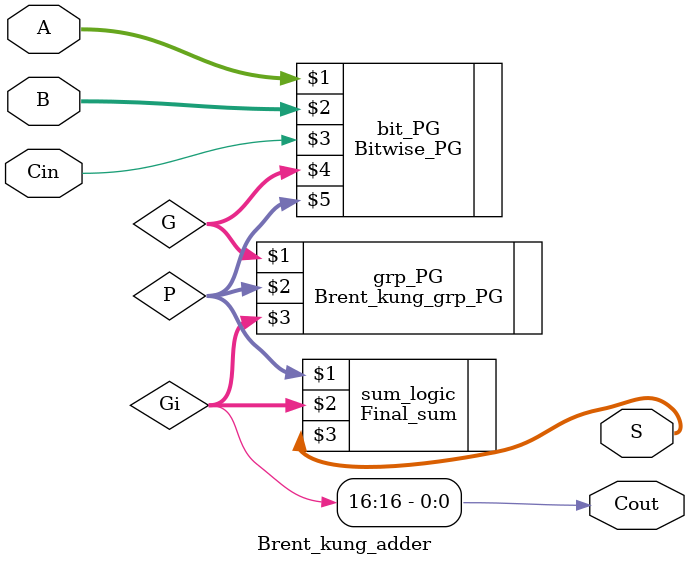
<source format=v>
`timescale 1ns / 1ps
module Brent_kung_adder #(parameter WIDTH = 16, VALENCY = 2)(
    input [WIDTH:1] A,
    input [WIDTH:1] B,
    input Cin,
    output [WIDTH:1] S,
    output Cout
    );
    wire [WIDTH:0] G, P, Gi;
    
    Bitwise_PG #(WIDTH) bit_PG(A, B, Cin, G, P);
    
    Brent_kung_grp_PG #(WIDTH, VALENCY) grp_PG(G, P, Gi);
    
    Final_sum #(WIDTH) sum_logic(P, Gi, S);
    
    assign Cout = Gi[WIDTH];
endmodule

</source>
